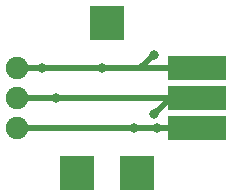
<source format=gbr>
%TF.GenerationSoftware,KiCad,Pcbnew,7.0.7*%
%TF.CreationDate,2024-01-02T00:36:13-08:00*%
%TF.ProjectId,edge_board,65646765-5f62-46f6-9172-642e6b696361,rev?*%
%TF.SameCoordinates,Original*%
%TF.FileFunction,Copper,L1,Top*%
%TF.FilePolarity,Positive*%
%FSLAX46Y46*%
G04 Gerber Fmt 4.6, Leading zero omitted, Abs format (unit mm)*
G04 Created by KiCad (PCBNEW 7.0.7) date 2024-01-02 00:36:13*
%MOMM*%
%LPD*%
G01*
G04 APERTURE LIST*
%TA.AperFunction,SMDPad,CuDef*%
%ADD10R,5.000000X2.000000*%
%TD*%
%TA.AperFunction,ComponentPad*%
%ADD11C,1.900000*%
%TD*%
%TA.AperFunction,ComponentPad*%
%ADD12R,3.000000X3.000000*%
%TD*%
%TA.AperFunction,ViaPad*%
%ADD13C,0.800000*%
%TD*%
%TA.AperFunction,Conductor*%
%ADD14C,0.500000*%
%TD*%
G04 APERTURE END LIST*
D10*
%TO.P,J2,1,Pin_1*%
%TO.N,Net-(J1-Pin_1)*%
X147320000Y-86360000D03*
%TO.P,J2,2,Pin_2*%
%TO.N,Net-(J1-Pin_2)*%
X147320000Y-88900000D03*
%TO.P,J2,3,Pin_3*%
%TO.N,Net-(J1-Pin_3)*%
X147320000Y-91440000D03*
%TD*%
D11*
%TO.P,J1,1,Pin_1*%
%TO.N,Net-(J1-Pin_1)*%
X132080000Y-86360000D03*
%TO.P,J1,2,Pin_2*%
%TO.N,Net-(J1-Pin_2)*%
X132080000Y-88900000D03*
%TO.P,J1,3,Pin_3*%
%TO.N,Net-(J1-Pin_3)*%
X132080000Y-91440000D03*
%TD*%
D12*
%TO.P,TP2,1,1*%
%TO.N,Net-(J1-Pin_2)*%
X139700000Y-82550000D03*
%TD*%
%TO.P,TP1,1,1*%
%TO.N,Net-(J1-Pin_1)*%
X137160000Y-95250000D03*
%TD*%
%TO.P,TP3,1,1*%
%TO.N,Net-(J1-Pin_3)*%
X142240000Y-95250000D03*
%TD*%
D13*
%TO.N,Net-(J1-Pin_1)*%
X143660000Y-85250000D03*
X139300000Y-86360000D03*
X134260000Y-86360000D03*
%TO.N,Net-(J1-Pin_2)*%
X135400000Y-88900000D03*
X143740000Y-90270000D03*
%TO.N,Net-(J1-Pin_3)*%
X141975000Y-91440000D03*
X143950000Y-91440000D03*
%TD*%
D14*
%TO.N,Net-(J1-Pin_1)*%
X142550000Y-86360000D02*
X140690000Y-86360000D01*
X143660000Y-85250000D02*
X142550000Y-86360000D01*
X139300000Y-86360000D02*
X134260000Y-86360000D01*
X147320000Y-86360000D02*
X140690000Y-86360000D01*
X140690000Y-86360000D02*
X139300000Y-86360000D01*
X134260000Y-86360000D02*
X132080000Y-86360000D01*
%TO.N,Net-(J1-Pin_2)*%
X145110000Y-88900000D02*
X143740000Y-90270000D01*
X135400000Y-88900000D02*
X132080000Y-88900000D01*
X147320000Y-88900000D02*
X135400000Y-88900000D01*
X147320000Y-88900000D02*
X145110000Y-88900000D01*
%TO.N,Net-(J1-Pin_3)*%
X132080000Y-91440000D02*
X141975000Y-91440000D01*
X143950000Y-91440000D02*
X147320000Y-91440000D01*
X141975000Y-91440000D02*
X143950000Y-91440000D01*
%TD*%
M02*

</source>
